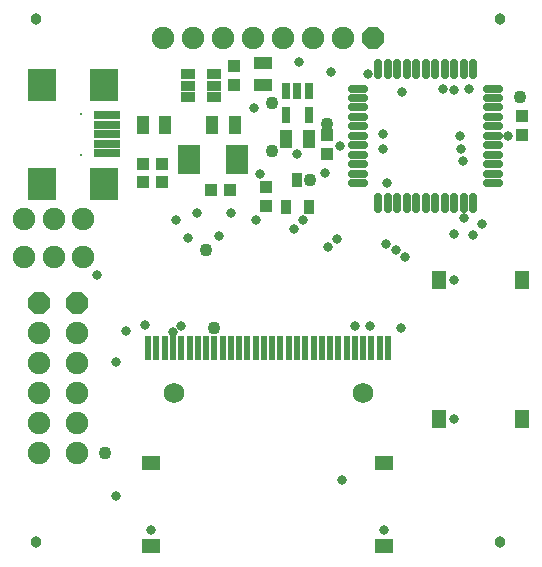
<source format=gts>
G04 Layer_Color=8388736*
%FSLAX24Y24*%
%MOIN*%
G70*
G01*
G75*
%ADD44R,0.0434X0.0631*%
%ADD45R,0.0631X0.0434*%
%ADD46R,0.0297X0.0533*%
%ADD47R,0.0434X0.0395*%
%ADD48R,0.0474X0.0336*%
%ADD49R,0.0336X0.0493*%
%ADD50R,0.0474X0.0631*%
%ADD51R,0.0631X0.0474*%
%ADD52R,0.0395X0.0434*%
%ADD53R,0.0237X0.0789*%
%ADD54R,0.0946X0.1064*%
%ADD55R,0.0867X0.0277*%
%ADD56R,0.0730X0.0198*%
%ADD57O,0.0671X0.0297*%
%ADD58O,0.0297X0.0671*%
%ADD59C,0.0749*%
%ADD60P,0.0811X8X292.5*%
%ADD61C,0.0380*%
%ADD62P,0.0811X8X202.5*%
%ADD63C,0.0680*%
%ADD64C,0.0080*%
%ADD65C,0.0330*%
%ADD66C,0.0434*%
D44*
X9469Y14567D02*
D03*
X10217D02*
D03*
X5443Y15010D02*
D03*
X4695D02*
D03*
X7008D02*
D03*
X7756D02*
D03*
D45*
X8711Y17106D02*
D03*
Y16358D02*
D03*
D46*
X10217Y16152D02*
D03*
X9843D02*
D03*
X9469D02*
D03*
Y15344D02*
D03*
X10217D02*
D03*
D47*
X7726Y16998D02*
D03*
Y16368D02*
D03*
X8809Y12963D02*
D03*
Y12333D02*
D03*
X17323Y15325D02*
D03*
Y14695D02*
D03*
X10827Y14685D02*
D03*
Y14055D02*
D03*
D48*
X6211Y15965D02*
D03*
Y16713D02*
D03*
X7077Y16713D02*
D03*
Y16339D02*
D03*
Y15965D02*
D03*
X6211Y16339D02*
D03*
D49*
X9843Y13199D02*
D03*
X9469Y12293D02*
D03*
X10217D02*
D03*
D50*
X14563Y9843D02*
D03*
X17327D02*
D03*
X14563Y5217D02*
D03*
X17327D02*
D03*
D51*
X12746Y980D02*
D03*
Y3744D02*
D03*
X4970Y980D02*
D03*
Y3744D02*
D03*
D52*
X7598Y12844D02*
D03*
X6969D02*
D03*
X4705Y13140D02*
D03*
X5335D02*
D03*
X4705Y13730D02*
D03*
X5335D02*
D03*
D53*
X4872Y7579D02*
D03*
X5148D02*
D03*
X5423D02*
D03*
X5699D02*
D03*
X6250D02*
D03*
X6526D02*
D03*
X6801D02*
D03*
X7077D02*
D03*
X7352D02*
D03*
X7628D02*
D03*
X7904D02*
D03*
X8179D02*
D03*
X8455D02*
D03*
X8730D02*
D03*
X9281D02*
D03*
X9557D02*
D03*
X9833D02*
D03*
X10108D02*
D03*
X10384D02*
D03*
X10663D02*
D03*
X10935D02*
D03*
X11211D02*
D03*
X11486D02*
D03*
X12313D02*
D03*
X12589D02*
D03*
X12864D02*
D03*
X5974D02*
D03*
X9006D02*
D03*
X11762D02*
D03*
X12037D02*
D03*
D54*
X1319Y16368D02*
D03*
Y13061D02*
D03*
X3406D02*
D03*
Y16368D02*
D03*
D55*
X3504Y15344D02*
D03*
Y15030D02*
D03*
Y14715D02*
D03*
Y14400D02*
D03*
Y14085D02*
D03*
D56*
X7835Y13484D02*
D03*
Y13681D02*
D03*
Y13878D02*
D03*
Y14075D02*
D03*
Y14272D02*
D03*
X6240Y13484D02*
D03*
Y13681D02*
D03*
Y13878D02*
D03*
Y14075D02*
D03*
Y14272D02*
D03*
D57*
X16368Y13091D02*
D03*
Y13406D02*
D03*
Y13720D02*
D03*
Y14035D02*
D03*
Y14350D02*
D03*
Y14665D02*
D03*
Y14980D02*
D03*
Y15295D02*
D03*
Y15610D02*
D03*
Y15925D02*
D03*
Y16240D02*
D03*
X11880Y16240D02*
D03*
Y15925D02*
D03*
Y15610D02*
D03*
Y15295D02*
D03*
Y14980D02*
D03*
Y14665D02*
D03*
Y14350D02*
D03*
Y14035D02*
D03*
Y13720D02*
D03*
Y13406D02*
D03*
Y13091D02*
D03*
D58*
X15699Y16909D02*
D03*
X15384D02*
D03*
X15069D02*
D03*
X14754D02*
D03*
X14439D02*
D03*
X14124D02*
D03*
X13809D02*
D03*
X13494D02*
D03*
X13179D02*
D03*
X12864D02*
D03*
X12549D02*
D03*
X12549Y12421D02*
D03*
X12864D02*
D03*
X13179D02*
D03*
X13494D02*
D03*
X13809D02*
D03*
X14124D02*
D03*
X14439D02*
D03*
X14754D02*
D03*
X15069D02*
D03*
X15384D02*
D03*
X15699D02*
D03*
D59*
X2707Y11900D02*
D03*
X1722D02*
D03*
X738D02*
D03*
Y10640D02*
D03*
X1722D02*
D03*
X2707D02*
D03*
X1230Y6094D02*
D03*
Y7094D02*
D03*
Y8094D02*
D03*
Y5094D02*
D03*
Y4094D02*
D03*
X2510Y6094D02*
D03*
Y7094D02*
D03*
Y8094D02*
D03*
Y5094D02*
D03*
Y4094D02*
D03*
X5350Y17913D02*
D03*
X6350D02*
D03*
X9350D02*
D03*
X10350D02*
D03*
X11350D02*
D03*
X8350D02*
D03*
X7350D02*
D03*
D60*
X1230Y9094D02*
D03*
X2510D02*
D03*
D61*
X1132Y1132D02*
D03*
X16585D02*
D03*
Y18553D02*
D03*
X1132D02*
D03*
D62*
X12350Y17913D02*
D03*
D63*
X12018Y6102D02*
D03*
X5719D02*
D03*
D64*
X2618Y14026D02*
D03*
Y15404D02*
D03*
D65*
X16880Y14665D02*
D03*
X9843Y14075D02*
D03*
X11270Y14321D02*
D03*
X15384Y11929D02*
D03*
X8415Y15600D02*
D03*
X10975Y16782D02*
D03*
X9892Y17126D02*
D03*
X12205Y16732D02*
D03*
X12697Y14222D02*
D03*
Y14715D02*
D03*
X13337Y16142D02*
D03*
X15305Y14223D02*
D03*
X15256Y14665D02*
D03*
X15354Y13829D02*
D03*
X11319Y3199D02*
D03*
X3789Y7136D02*
D03*
X15994Y11713D02*
D03*
X15069Y11378D02*
D03*
X15699Y11368D02*
D03*
X15059Y9843D02*
D03*
X13435Y10630D02*
D03*
X14715Y16240D02*
D03*
X11171Y11221D02*
D03*
X10876Y10974D02*
D03*
X12795Y11073D02*
D03*
X13140Y10876D02*
D03*
X4134Y8169D02*
D03*
X4774Y8366D02*
D03*
X5709Y8120D02*
D03*
X5981Y8340D02*
D03*
X11762Y8317D02*
D03*
X12254D02*
D03*
X13287Y8268D02*
D03*
X15551Y16240D02*
D03*
X15069Y16201D02*
D03*
X15059Y5217D02*
D03*
X12746Y1526D02*
D03*
X4970D02*
D03*
X3789Y2657D02*
D03*
X7234Y11319D02*
D03*
X6496Y12106D02*
D03*
X7628Y12106D02*
D03*
X5803Y11860D02*
D03*
X10039Y11860D02*
D03*
X12844Y13091D02*
D03*
X8465Y11860D02*
D03*
X9744Y11565D02*
D03*
X6201Y11270D02*
D03*
X3150Y10039D02*
D03*
X8612Y13386D02*
D03*
X10778Y13435D02*
D03*
D66*
X10276Y13199D02*
D03*
X6791Y10876D02*
D03*
X9006Y15748D02*
D03*
X17274Y15945D02*
D03*
X10827Y15059D02*
D03*
X3445Y4085D02*
D03*
X7077Y8258D02*
D03*
X9006Y14173D02*
D03*
M02*

</source>
